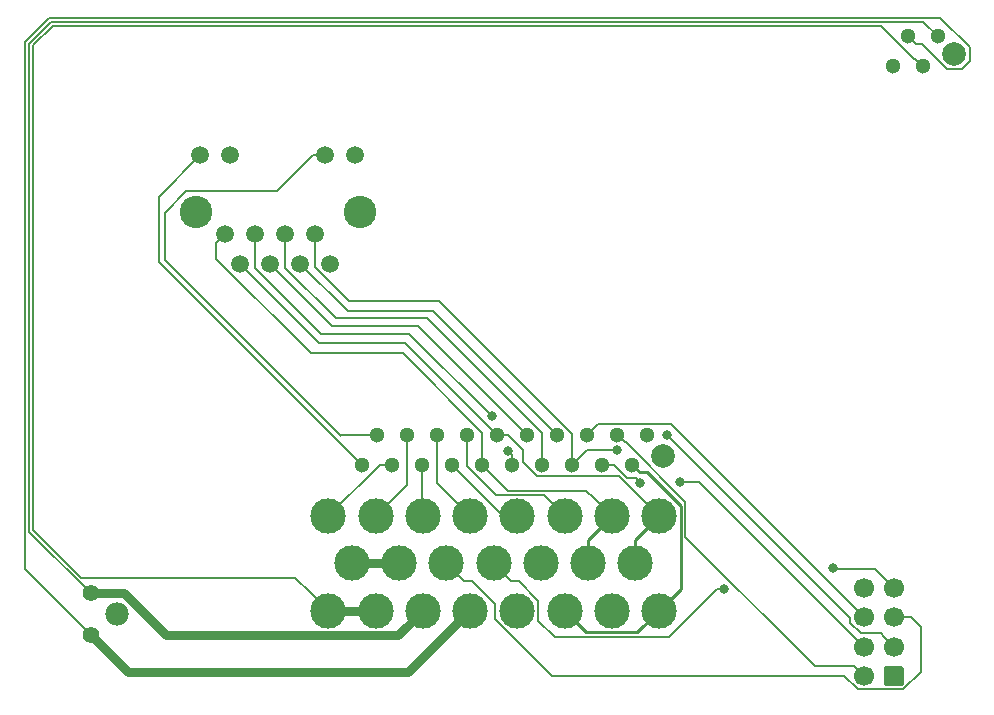
<source format=gtl>
G04 #@! TF.GenerationSoftware,KiCad,Pcbnew,5.0.2-bee76a0~70~ubuntu18.04.1*
G04 #@! TF.CreationDate,2019-02-24T12:00:28-05:00*
G04 #@! TF.ProjectId,interface,696e7465-7266-4616-9365-2e6b69636164,rev?*
G04 #@! TF.SameCoordinates,Original*
G04 #@! TF.FileFunction,Copper,L1,Top*
G04 #@! TF.FilePolarity,Positive*
%FSLAX46Y46*%
G04 Gerber Fmt 4.6, Leading zero omitted, Abs format (unit mm)*
G04 Created by KiCad (PCBNEW 5.0.2-bee76a0~70~ubuntu18.04.1) date Sun 24 Feb 2019 12:00:28 PM EST*
%MOMM*%
%LPD*%
G01*
G04 APERTURE LIST*
G04 #@! TA.AperFunction,ComponentPad*
%ADD10C,2.750000*%
G04 #@! TD*
G04 #@! TA.AperFunction,ComponentPad*
%ADD11C,1.500000*%
G04 #@! TD*
G04 #@! TA.AperFunction,ComponentPad*
%ADD12C,1.981000*%
G04 #@! TD*
G04 #@! TA.AperFunction,ComponentPad*
%ADD13C,1.397000*%
G04 #@! TD*
G04 #@! TA.AperFunction,ComponentPad*
%ADD14C,1.700000*%
G04 #@! TD*
G04 #@! TA.AperFunction,Conductor*
%ADD15C,2.000000*%
G04 #@! TD*
G04 #@! TA.AperFunction,ComponentPad*
%ADD16C,3.000000*%
G04 #@! TD*
G04 #@! TA.AperFunction,ComponentPad*
%ADD17C,2.000000*%
G04 #@! TD*
G04 #@! TA.AperFunction,ComponentPad*
%ADD18C,1.300000*%
G04 #@! TD*
G04 #@! TA.AperFunction,ViaPad*
%ADD19C,0.800000*%
G04 #@! TD*
G04 #@! TA.AperFunction,Conductor*
%ADD20C,0.762000*%
G04 #@! TD*
G04 #@! TA.AperFunction,Conductor*
%ADD21C,0.152400*%
G04 #@! TD*
G04 #@! TA.AperFunction,Conductor*
%ADD22C,0.254000*%
G04 #@! TD*
G04 APERTURE END LIST*
D10*
G04 #@! TO.P,U1,14*
G04 #@! TO.N,Net-(U1-Pad14)*
X43751500Y-84518500D03*
G04 #@! TO.P,U1,13*
G04 #@! TO.N,Net-(U1-Pad13)*
X29851500Y-84518500D03*
D11*
G04 #@! TO.P,U1,8*
G04 #@! TO.N,/GND*
X41241500Y-88938500D03*
G04 #@! TO.P,U1,6*
G04 #@! TO.N,/MOSI*
X38701500Y-88938500D03*
G04 #@! TO.P,U1,4*
G04 #@! TO.N,/SCK*
X36161500Y-88938500D03*
G04 #@! TO.P,U1,2*
G04 #@! TO.N,/CANH*
X33621500Y-88938500D03*
G04 #@! TO.P,U1,7*
G04 #@! TO.N,/5V*
X39971500Y-86398500D03*
G04 #@! TO.P,U1,5*
G04 #@! TO.N,/MISO*
X37431500Y-86398500D03*
G04 #@! TO.P,U1,3*
G04 #@! TO.N,/RESET*
X34891500Y-86398500D03*
G04 #@! TO.P,U1,1*
G04 #@! TO.N,/CANL*
X32351500Y-86398500D03*
G04 #@! TO.P,U1,10*
G04 #@! TO.N,/LED1*
X40811500Y-79768500D03*
G04 #@! TO.P,U1,9*
G04 #@! TO.N,Net-(U1-Pad9)*
X43351500Y-79768500D03*
G04 #@! TO.P,U1,11*
G04 #@! TO.N,Net-(U1-Pad11)*
X32791500Y-79768500D03*
G04 #@! TO.P,U1,12*
G04 #@! TO.N,/LED2*
X30251500Y-79768500D03*
G04 #@! TD*
D12*
G04 #@! TO.P,J1,*
G04 #@! TO.N,*
X23185000Y-118590000D03*
D13*
G04 #@! TO.P,J1,1*
G04 #@! TO.N,/ESTOP->HVD*
X20955000Y-120340000D03*
G04 #@! TO.P,J1,2*
G04 #@! TO.N,/BOTS->ESTOP*
X20955000Y-116840000D03*
G04 #@! TD*
D14*
G04 #@! TO.P,J2,8*
G04 #@! TO.N,Net-(J2-Pad8)*
X86463500Y-116348500D03*
G04 #@! TO.P,J2,7*
G04 #@! TO.N,/Drive_Select-*
X86463500Y-118848500D03*
G04 #@! TO.P,J2,6*
G04 #@! TO.N,/Drive_Select_Sense*
X86463500Y-121348500D03*
G04 #@! TO.P,J2,5*
G04 #@! TO.N,/Drive_Select+*
X86463500Y-123848500D03*
G04 #@! TO.P,J2,4*
G04 #@! TO.N,/SCL*
X88963500Y-116348500D03*
G04 #@! TO.P,J2,3*
G04 #@! TO.N,/SDA*
X88963500Y-118848500D03*
G04 #@! TO.P,J2,2*
G04 #@! TO.N,/5V*
X88963500Y-121348500D03*
D15*
G04 #@! TD*
G04 #@! TO.N,/GND*
G04 #@! TO.C,J2*
G36*
X89588004Y-122999704D02*
X89612273Y-123003304D01*
X89636071Y-123009265D01*
X89659171Y-123017530D01*
X89681349Y-123028020D01*
X89702393Y-123040633D01*
X89722098Y-123055247D01*
X89740277Y-123071723D01*
X89756753Y-123089902D01*
X89771367Y-123109607D01*
X89783980Y-123130651D01*
X89794470Y-123152829D01*
X89802735Y-123175929D01*
X89808696Y-123199727D01*
X89812296Y-123223996D01*
X89813500Y-123248500D01*
X89813500Y-124448500D01*
X89812296Y-124473004D01*
X89808696Y-124497273D01*
X89802735Y-124521071D01*
X89794470Y-124544171D01*
X89783980Y-124566349D01*
X89771367Y-124587393D01*
X89756753Y-124607098D01*
X89740277Y-124625277D01*
X89722098Y-124641753D01*
X89702393Y-124656367D01*
X89681349Y-124668980D01*
X89659171Y-124679470D01*
X89636071Y-124687735D01*
X89612273Y-124693696D01*
X89588004Y-124697296D01*
X89563500Y-124698500D01*
X88363500Y-124698500D01*
X88338996Y-124697296D01*
X88314727Y-124693696D01*
X88290929Y-124687735D01*
X88267829Y-124679470D01*
X88245651Y-124668980D01*
X88224607Y-124656367D01*
X88204902Y-124641753D01*
X88186723Y-124625277D01*
X88170247Y-124607098D01*
X88155633Y-124587393D01*
X88143020Y-124566349D01*
X88132530Y-124544171D01*
X88124265Y-124521071D01*
X88118304Y-124497273D01*
X88114704Y-124473004D01*
X88113500Y-124448500D01*
X88113500Y-123248500D01*
X88114704Y-123223996D01*
X88118304Y-123199727D01*
X88124265Y-123175929D01*
X88132530Y-123152829D01*
X88143020Y-123130651D01*
X88155633Y-123109607D01*
X88170247Y-123089902D01*
X88186723Y-123071723D01*
X88204902Y-123055247D01*
X88224607Y-123040633D01*
X88245651Y-123028020D01*
X88267829Y-123017530D01*
X88290929Y-123009265D01*
X88314727Y-123003304D01*
X88338996Y-122999704D01*
X88363500Y-122998500D01*
X89563500Y-122998500D01*
X89588004Y-122999704D01*
X89588004Y-122999704D01*
G37*
D14*
G04 #@! TO.P,J2,1*
G04 #@! TO.N,/GND*
X88963500Y-123848500D03*
G04 #@! TD*
D16*
G04 #@! TO.P,J3,1*
G04 #@! TO.N,/IS->BOTS*
X41087000Y-118300500D03*
G04 #@! TO.P,J3,9*
G04 #@! TO.N,/BSPD->IS*
X43087000Y-114300500D03*
G04 #@! TO.P,J3,16*
G04 #@! TO.N,/Throttle2-*
X41087000Y-110300500D03*
G04 #@! TO.P,J3,2*
G04 #@! TO.N,/IS->BOTS*
X45087000Y-118300500D03*
G04 #@! TO.P,J3,3*
G04 #@! TO.N,/BOTS->ESTOP*
X49087000Y-118300500D03*
G04 #@! TO.P,J3,5*
G04 #@! TO.N,/GND*
X57087000Y-118300500D03*
G04 #@! TO.P,J3,4*
G04 #@! TO.N,/ESTOP->HVD*
X53087000Y-118300500D03*
G04 #@! TO.P,J3,6*
G04 #@! TO.N,/12V*
X61087000Y-118300500D03*
G04 #@! TO.P,J3,7*
G04 #@! TO.N,/GND*
X65087000Y-118300500D03*
G04 #@! TO.P,J3,8*
G04 #@! TO.N,/12V*
X69087000Y-118300500D03*
G04 #@! TO.P,J3,15*
G04 #@! TO.N,/CANH*
X67087000Y-114300500D03*
G04 #@! TO.P,J3,14*
G04 #@! TO.N,/CANL*
X63087000Y-114300500D03*
G04 #@! TO.P,J3,12*
G04 #@! TO.N,/SCL*
X55087000Y-114300500D03*
G04 #@! TO.P,J3,13*
G04 #@! TO.N,/GND*
X59087000Y-114300500D03*
G04 #@! TO.P,J3,11*
G04 #@! TO.N,/SDA*
X51087000Y-114300500D03*
G04 #@! TO.P,J3,10*
G04 #@! TO.N,/BSPD->IS*
X47087000Y-114300500D03*
G04 #@! TO.P,J3,22*
G04 #@! TO.N,/CANL*
X65087000Y-110300500D03*
G04 #@! TO.P,J3,21*
G04 #@! TO.N,/Throttle1+*
X61087000Y-110300500D03*
G04 #@! TO.P,J3,20*
G04 #@! TO.N,/Throttle1_Sense*
X57087000Y-110300500D03*
G04 #@! TO.P,J3,19*
G04 #@! TO.N,/Throttle1-*
X53087000Y-110300500D03*
G04 #@! TO.P,J3,18*
G04 #@! TO.N,/Throttle2+*
X49087000Y-110300500D03*
G04 #@! TO.P,J3,17*
G04 #@! TO.N,/Throttle2_Sense*
X45087000Y-110300500D03*
G04 #@! TO.P,J3,23*
G04 #@! TO.N,/CANH*
X69087000Y-110300500D03*
G04 #@! TD*
D17*
G04 #@! TO.P,J4,5*
G04 #@! TO.N,N/C*
X94096516Y-71180697D03*
D18*
G04 #@! TO.P,J4,4*
G04 #@! TO.N,Net-(J4-Pad4)*
X88886516Y-72220697D03*
G04 #@! TO.P,J4,2*
G04 #@! TO.N,/IS->BOTS*
X91426516Y-72220697D03*
G04 #@! TO.P,J4,1*
G04 #@! TO.N,/BOTS->ESTOP*
X92696516Y-69680697D03*
G04 #@! TO.P,J4,3*
G04 #@! TO.N,/ESTOP->HVD*
X90156516Y-69680697D03*
G04 #@! TD*
G04 #@! TO.P,J5,5*
G04 #@! TO.N,/Drive_Select-*
X62978516Y-103418697D03*
G04 #@! TO.P,J5,3*
G04 #@! TO.N,/Drive_Select+*
X65518516Y-103418697D03*
G04 #@! TO.P,J5,1*
G04 #@! TO.N,/GND*
X68058516Y-103418697D03*
G04 #@! TO.P,J5,7*
G04 #@! TO.N,/MOSI*
X60438516Y-103418697D03*
G04 #@! TO.P,J5,2*
G04 #@! TO.N,/12V*
X66788516Y-105958697D03*
G04 #@! TO.P,J5,4*
G04 #@! TO.N,/Drive_Select_Sense*
X64248516Y-105958697D03*
G04 #@! TO.P,J5,6*
G04 #@! TO.N,/5V*
X61708516Y-105958697D03*
G04 #@! TO.P,J5,8*
G04 #@! TO.N,/MISO*
X59168516Y-105958697D03*
G04 #@! TO.P,J5,9*
G04 #@! TO.N,/SCK*
X57898516Y-103418697D03*
G04 #@! TO.P,J5,10*
G04 #@! TO.N,/RESET*
X56628516Y-105958697D03*
G04 #@! TO.P,J5,11*
G04 #@! TO.N,/CANH*
X55358516Y-103418697D03*
G04 #@! TO.P,J5,12*
G04 #@! TO.N,/CANL*
X54088516Y-105958697D03*
G04 #@! TO.P,J5,13*
G04 #@! TO.N,/Throttle1+*
X52818516Y-103418697D03*
G04 #@! TO.P,J5,14*
G04 #@! TO.N,/Throttle1_Sense*
X51548516Y-105958697D03*
G04 #@! TO.P,J5,15*
G04 #@! TO.N,/Throttle1-*
X50278516Y-103418697D03*
G04 #@! TO.P,J5,16*
G04 #@! TO.N,/Throttle2+*
X49008516Y-105958697D03*
G04 #@! TO.P,J5,17*
G04 #@! TO.N,/Throttle2_Sense*
X47738516Y-103418697D03*
G04 #@! TO.P,J5,18*
G04 #@! TO.N,/Throttle2-*
X46468516Y-105958697D03*
G04 #@! TO.P,J5,19*
G04 #@! TO.N,/LED1*
X45198516Y-103418697D03*
G04 #@! TO.P,J5,20*
G04 #@! TO.N,/LED2*
X43928516Y-105958697D03*
D17*
G04 #@! TO.P,J5,21*
G04 #@! TO.N,N/C*
X69458516Y-105218697D03*
G04 #@! TD*
D19*
G04 #@! TO.N,/5V*
X65532000Y-104711500D03*
X69786500Y-103441500D03*
G04 #@! TO.N,/SCL*
X83820000Y-114681000D03*
X74549000Y-116459000D03*
G04 #@! TO.N,/Drive_Select_Sense*
X70866000Y-107378500D03*
X67500500Y-107505500D03*
G04 #@! TO.N,/RESET*
X56324500Y-104775000D03*
X54927500Y-101854000D03*
G04 #@! TD*
D20*
G04 #@! TO.N,/BOTS->ESTOP*
X27302323Y-120381501D02*
X23760822Y-116840000D01*
X47005999Y-120381501D02*
X27302323Y-120381501D01*
X21942828Y-116840000D02*
X20955000Y-116840000D01*
X23760822Y-116840000D02*
X21942828Y-116840000D01*
X49087000Y-118300500D02*
X47005999Y-120381501D01*
D21*
X91468819Y-68453000D02*
X17589500Y-68453000D01*
X92696516Y-69680697D02*
X91468819Y-68453000D01*
X17589500Y-68453000D02*
X15748000Y-70294500D01*
X15748000Y-111633000D02*
X20955000Y-116840000D01*
X15748000Y-70294500D02*
X15748000Y-111633000D01*
D20*
G04 #@! TO.N,/ESTOP->HVD*
X47868001Y-123519499D02*
X51587001Y-119800499D01*
X51587001Y-119800499D02*
X53087000Y-118300500D01*
X24134499Y-123519499D02*
X47868001Y-123519499D01*
X20955000Y-120340000D02*
X24134499Y-123519499D01*
D21*
X17443527Y-68100590D02*
X15367000Y-70177117D01*
X92905187Y-68100590D02*
X17443527Y-68100590D01*
X90806515Y-70330696D02*
X91357737Y-70330696D01*
X93483939Y-72456898D02*
X94709093Y-72456898D01*
X95372717Y-71793274D02*
X95372717Y-70568120D01*
X95372717Y-70568120D02*
X92905187Y-68100590D01*
X90156516Y-69680697D02*
X90806515Y-70330696D01*
X91357737Y-70330696D02*
X93483939Y-72456898D01*
X94709093Y-72456898D02*
X95372717Y-71793274D01*
X15367000Y-114752000D02*
X20955000Y-120340000D01*
X15367000Y-70177117D02*
X15367000Y-114752000D01*
G04 #@! TO.N,/5V*
X61708516Y-105958697D02*
X62955713Y-104711500D01*
X62955713Y-104711500D02*
X65532000Y-104711500D01*
X69786500Y-103441500D02*
X85280500Y-118935500D01*
X87837299Y-120222299D02*
X88113501Y-120498501D01*
X86170521Y-120222299D02*
X87837299Y-120222299D01*
X88113501Y-120498501D02*
X88963500Y-121348500D01*
X85280500Y-119332278D02*
X86170521Y-120222299D01*
X85280500Y-118935500D02*
X85280500Y-119332278D01*
X61708516Y-103317919D02*
X50465597Y-92075000D01*
X61708516Y-105958697D02*
X61708516Y-103317919D01*
X39971500Y-87459160D02*
X39971500Y-86398500D01*
X39971500Y-89187278D02*
X39971500Y-87459160D01*
X42859222Y-92075000D02*
X39971500Y-89187278D01*
X50465597Y-92075000D02*
X42859222Y-92075000D01*
G04 #@! TO.N,/SDA*
X53215777Y-115800499D02*
X55181500Y-117766222D01*
X51087000Y-114300500D02*
X52586999Y-115800499D01*
X52586999Y-115800499D02*
X53215777Y-115800499D01*
X90165581Y-118848500D02*
X88963500Y-118848500D01*
X90424278Y-118848500D02*
X90165581Y-118848500D01*
X91229701Y-119653923D02*
X90424278Y-118848500D01*
X91229701Y-123526475D02*
X91229701Y-119653923D01*
X89781475Y-124974701D02*
X91229701Y-123526475D01*
X85922923Y-124974701D02*
X89781475Y-124974701D01*
X84772521Y-123824299D02*
X85922923Y-124974701D01*
X59982021Y-123824299D02*
X84772521Y-123824299D01*
X55181500Y-119023778D02*
X59982021Y-123824299D01*
X55181500Y-117766222D02*
X55181500Y-119023778D01*
G04 #@! TO.N,/SCL*
X83883500Y-114744500D02*
X83820000Y-114681000D01*
X88963500Y-116348500D02*
X87359500Y-114744500D01*
X87359500Y-114744500D02*
X83883500Y-114744500D01*
X57215777Y-115800499D02*
X56586999Y-115800499D01*
X58863201Y-117447923D02*
X57215777Y-115800499D01*
X58863201Y-119153077D02*
X58863201Y-117447923D01*
X60240835Y-120530711D02*
X58863201Y-119153077D01*
X73983315Y-116459000D02*
X69911604Y-120530711D01*
X56586999Y-115800499D02*
X55087000Y-114300500D01*
X69911604Y-120530711D02*
X60240835Y-120530711D01*
X74549000Y-116459000D02*
X73983315Y-116459000D01*
G04 #@! TO.N,/Drive_Select+*
X66168515Y-104068696D02*
X65518516Y-103418697D01*
X66269293Y-104068696D02*
X66168515Y-104068696D01*
X71317211Y-109116614D02*
X66269293Y-104068696D01*
X71317211Y-112048489D02*
X71317211Y-109116614D01*
X82267223Y-122998501D02*
X71317211Y-112048489D01*
X85613501Y-122998501D02*
X82267223Y-122998501D01*
X86463500Y-123848500D02*
X85613501Y-122998501D01*
G04 #@! TO.N,/Drive_Select_Sense*
X86463500Y-121348500D02*
X72493500Y-107378500D01*
X72493500Y-107378500D02*
X70866000Y-107378500D01*
X65167754Y-105958697D02*
X64248516Y-105958697D01*
X65243579Y-105958697D02*
X65167754Y-105958697D01*
X66390383Y-107105501D02*
X65243579Y-105958697D01*
X67100501Y-107105501D02*
X66390383Y-107105501D01*
X67500500Y-107505500D02*
X67100501Y-107105501D01*
G04 #@! TO.N,/Drive_Select-*
X70107496Y-102492496D02*
X85613501Y-117998501D01*
X63904717Y-102492496D02*
X70107496Y-102492496D01*
X85613501Y-117998501D02*
X86463500Y-118848500D01*
X62978516Y-103418697D02*
X63904717Y-102492496D01*
G04 #@! TO.N,/Throttle2-*
X45428803Y-105958697D02*
X46468516Y-105958697D01*
X41087000Y-110300500D02*
X45428803Y-105958697D01*
G04 #@! TO.N,/CANL*
X63587001Y-108800501D02*
X65087000Y-110300500D01*
X62927000Y-108140500D02*
X63587001Y-108800501D01*
X56270319Y-108140500D02*
X62927000Y-108140500D01*
X54088516Y-105958697D02*
X56270319Y-108140500D01*
D22*
X63087000Y-112300500D02*
X63087000Y-114300500D01*
X65087000Y-110300500D02*
X63087000Y-112300500D01*
D21*
X31601501Y-88512463D02*
X39609038Y-96520000D01*
X32351500Y-86398500D02*
X31601501Y-87148499D01*
X31601501Y-87148499D02*
X31601501Y-88512463D01*
X54088516Y-105039459D02*
X54088516Y-105958697D01*
X54088516Y-103242735D02*
X54088516Y-105039459D01*
X47365781Y-96520000D02*
X54088516Y-103242735D01*
X39609038Y-96520000D02*
X47365781Y-96520000D01*
G04 #@! TO.N,/Throttle1+*
X59587001Y-108800501D02*
X61087000Y-110300500D01*
X59310799Y-108524299D02*
X59587001Y-108800501D01*
X55283340Y-108524299D02*
X59310799Y-108524299D01*
X52818516Y-106059475D02*
X55283340Y-108524299D01*
X52818516Y-103418697D02*
X52818516Y-106059475D01*
G04 #@! TO.N,/Throttle1_Sense*
X55890319Y-110300500D02*
X57087000Y-110300500D01*
X51548516Y-105958697D02*
X55890319Y-110300500D01*
G04 #@! TO.N,/Throttle1-*
X50278516Y-107492016D02*
X53087000Y-110300500D01*
X50278516Y-103418697D02*
X50278516Y-107492016D01*
G04 #@! TO.N,/Throttle2+*
X49008516Y-110222016D02*
X49087000Y-110300500D01*
X49008516Y-105958697D02*
X49008516Y-110222016D01*
G04 #@! TO.N,/Throttle2_Sense*
X47738516Y-107648984D02*
X47738516Y-103418697D01*
X45087000Y-110300500D02*
X47738516Y-107648984D01*
G04 #@! TO.N,/CANH*
X57554717Y-104695660D02*
X56277754Y-103418697D01*
X57554717Y-105715676D02*
X57554717Y-104695660D01*
X65671398Y-106884898D02*
X58723939Y-106884898D01*
X56277754Y-103418697D02*
X55358516Y-103418697D01*
X58723939Y-106884898D02*
X57554717Y-105715676D01*
X69087000Y-110300500D02*
X65671398Y-106884898D01*
D22*
X67087000Y-112300500D02*
X67087000Y-114300500D01*
X69087000Y-110300500D02*
X67087000Y-112300500D01*
D21*
X55358516Y-103418697D02*
X47570819Y-95631000D01*
X40314000Y-95631000D02*
X33621500Y-88938500D01*
X47570819Y-95631000D02*
X40314000Y-95631000D01*
D20*
G04 #@! TO.N,/BSPD->IS*
X43087000Y-114300500D02*
X47087000Y-114300500D01*
G04 #@! TO.N,/IS->BOTS*
X41087000Y-118300500D02*
X45087000Y-118300500D01*
D21*
X39587001Y-116800501D02*
X41087000Y-118300500D01*
X16100410Y-111487028D02*
X20115083Y-115501701D01*
X91426516Y-72220697D02*
X90776517Y-71570698D01*
X90776517Y-71570698D02*
X90675739Y-71570698D01*
X90675739Y-71570698D02*
X87910451Y-68805410D01*
X87910451Y-68805410D02*
X17745090Y-68805410D01*
X20115083Y-115501701D02*
X38288201Y-115501701D01*
X17745090Y-68805410D02*
X16100410Y-70450090D01*
X38288201Y-115501701D02*
X39587001Y-116800501D01*
X16100410Y-70450090D02*
X16100410Y-111487028D01*
D22*
G04 #@! TO.N,/12V*
X67587001Y-119800499D02*
X69087000Y-118300500D01*
X67259999Y-120127501D02*
X67587001Y-119800499D01*
X62914001Y-120127501D02*
X67259999Y-120127501D01*
X61087000Y-118300500D02*
X62914001Y-120127501D01*
X70914001Y-116473499D02*
X70586999Y-116800501D01*
X70914001Y-109423539D02*
X70914001Y-116473499D01*
X68099158Y-106608696D02*
X70914001Y-109423539D01*
X67438515Y-106608696D02*
X68099158Y-106608696D01*
X70586999Y-116800501D02*
X69087000Y-118300500D01*
X66788516Y-105958697D02*
X67438515Y-106608696D01*
D21*
G04 #@! TO.N,/MOSI*
X59788517Y-102768698D02*
X60438516Y-103418697D01*
X42727000Y-92964000D02*
X49983819Y-92964000D01*
X49983819Y-92964000D02*
X59788517Y-102768698D01*
X38701500Y-88938500D02*
X42727000Y-92964000D01*
G04 #@! TO.N,/MISO*
X37431500Y-89262462D02*
X41704538Y-93535500D01*
X37431500Y-86398500D02*
X37431500Y-89262462D01*
X59168516Y-105039459D02*
X59168516Y-105958697D01*
X59168516Y-103242735D02*
X59168516Y-105039459D01*
X49461281Y-93535500D02*
X59168516Y-103242735D01*
X41704538Y-93535500D02*
X49461281Y-93535500D01*
G04 #@! TO.N,/SCK*
X36161500Y-88938500D02*
X41393500Y-94170500D01*
X48650319Y-94170500D02*
X57898516Y-103418697D01*
X41393500Y-94170500D02*
X48650319Y-94170500D01*
G04 #@! TO.N,/RESET*
X56628516Y-105958697D02*
X56628516Y-105079016D01*
X56628516Y-105079016D02*
X56324500Y-104775000D01*
X34891500Y-89262462D02*
X34891500Y-86398500D01*
X40498038Y-94869000D02*
X34891500Y-89262462D01*
X54927500Y-101854000D02*
X47942500Y-94869000D01*
X47942500Y-94869000D02*
X40498038Y-94869000D01*
G04 #@! TO.N,/LED1*
X42076188Y-103418697D02*
X45198516Y-103418697D01*
D22*
X42053385Y-103441500D02*
X42076188Y-103418697D01*
D21*
X39750840Y-79768500D02*
X36702841Y-82816499D01*
X36702841Y-82816499D02*
X29034539Y-82816499D01*
X27241500Y-84609538D02*
X27241500Y-88629615D01*
X40811500Y-79768500D02*
X39750840Y-79768500D01*
X27241500Y-88629615D02*
X42053385Y-103441500D01*
X29034539Y-82816499D02*
X27241500Y-84609538D01*
G04 #@! TO.N,/LED2*
X26733500Y-88763681D02*
X43278517Y-105308698D01*
X43278517Y-105308698D02*
X43928516Y-105958697D01*
X26733500Y-83286500D02*
X26733500Y-88763681D01*
X30251500Y-79768500D02*
X26733500Y-83286500D01*
G04 #@! TD*
M02*

</source>
